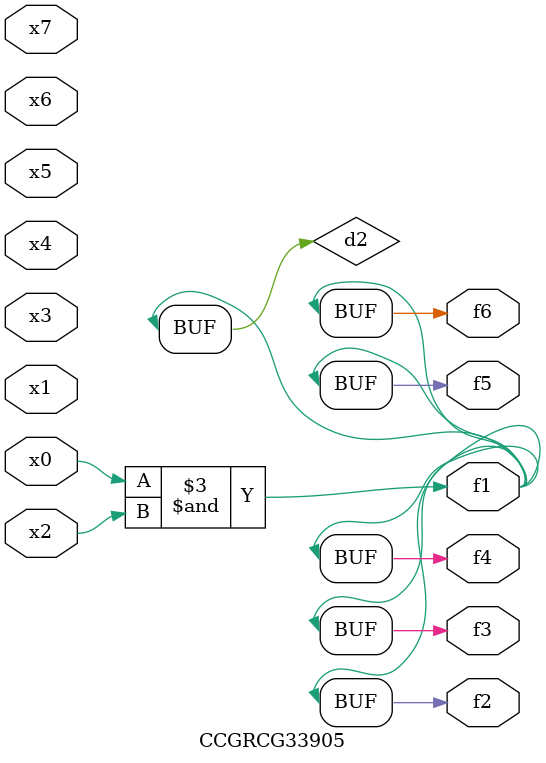
<source format=v>
module CCGRCG33905(
	input x0, x1, x2, x3, x4, x5, x6, x7,
	output f1, f2, f3, f4, f5, f6
);

	wire d1, d2;

	nor (d1, x3, x6);
	and (d2, x0, x2);
	assign f1 = d2;
	assign f2 = d2;
	assign f3 = d2;
	assign f4 = d2;
	assign f5 = d2;
	assign f6 = d2;
endmodule

</source>
